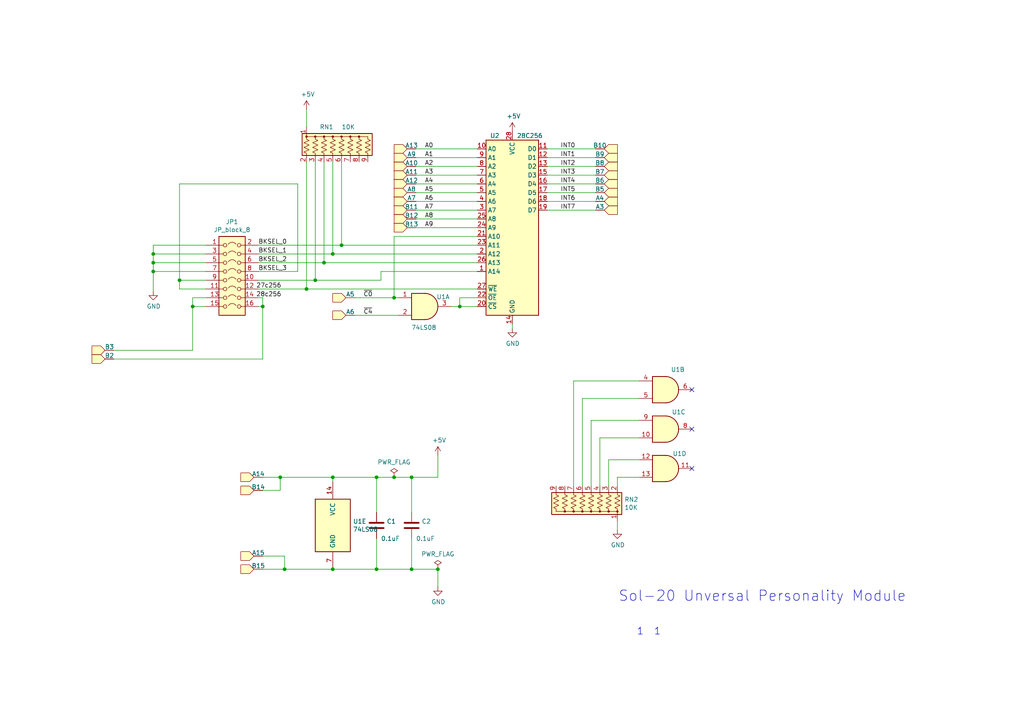
<source format=kicad_sch>
(kicad_sch (version 20211123) (generator eeschema)
  (paper "A4")
  (title_block (title "SOL-20 Universal Personality Module") (date "2022-10-11") (rev "3.0"))
  (lib_symbols
    (symbol "74xx:74LS08" (pin_names (offset 1.016))
      (property "Reference" "U" (at 0 1.27 0))
      (property "Value" "74LS08" (at 0 -1.27 0))
      (symbol "74LS08_1_1"
        (arc (start 0 -3.81) (mid 3.81 0) (end 0 3.81) (stroke (width 0.254)) (fill (type background)))
        (polyline (pts (xy 0 3.81) (xy -3.81 3.81) (xy -3.81 -3.81) (xy 0 -3.81)) (stroke (width 0.254)) (fill (type background)))
        (pin input line (at -7.62 2.54 0) (length 3.81) (name "~") (number "1"))
        (pin input line (at -7.62 -2.54 0) (length 3.81) (name "~") (number "2"))
        (pin output line (at 7.62 0 180) (length 3.81) (name "~") (number "3"))
      )
      (symbol "74LS08_1_2"
        (arc (start -3.81 -3.81) (mid -2.589 0) (end -3.81 3.81) (stroke (width 0.254)))
        (arc (start -0.6096 -3.81) (mid 2.1842 -2.5851) (end 3.81 0) (stroke (width 0.254)) (fill (type background)))
        (polyline (pts (xy -3.81 -3.81) (xy -0.635 -3.81)) (stroke (width 0.254)) (fill (type background)))
        (polyline (pts (xy -3.81 3.81) (xy -0.635 3.81)) (stroke (width 0.254)) (fill (type background)))
        (polyline (pts (xy -0.635 3.81) (xy -3.81 3.81) (xy -3.81 3.81) (xy -3.556 3.4036) (xy -3.0226 2.2606) (xy -2.6924 1.0414) (xy -2.6162 -0.254) (xy -2.7686 -1.4986) (xy -3.175 -2.7178) (xy -3.81 -3.81) (xy -3.81 -3.81) (xy -0.635 -3.81)) (stroke (width -25.4)) (fill (type background)))
        (arc (start 3.81 0) (mid 2.1915 2.5936) (end -0.6096 3.81) (stroke (width 0.254)) (fill (type background)))
        (pin input inverted (at -7.62 2.54 0) (length 4.318) (name "~") (number "1"))
        (pin input inverted (at -7.62 -2.54 0) (length 4.318) (name "~") (number "2"))
        (pin output inverted (at 7.62 0 180) (length 3.81) (name "~") (number "3"))
      )
      (symbol "74LS08_2_1"
        (arc (start 0 -3.81) (mid 3.81 0) (end 0 3.81) (stroke (width 0.254)) (fill (type background)))
        (polyline (pts (xy 0 3.81) (xy -3.81 3.81) (xy -3.81 -3.81) (xy 0 -3.81)) (stroke (width 0.254)) (fill (type background)))
        (pin input line (at -7.62 2.54 0) (length 3.81) (name "~") (number "4"))
        (pin input line (at -7.62 -2.54 0) (length 3.81) (name "~") (number "5"))
        (pin output line (at 7.62 0 180) (length 3.81) (name "~") (number "6"))
      )
      (symbol "74LS08_2_2"
        (arc (start -3.81 -3.81) (mid -2.589 0) (end -3.81 3.81) (stroke (width 0.254)))
        (arc (start -0.6096 -3.81) (mid 2.1842 -2.5851) (end 3.81 0) (stroke (width 0.254)) (fill (type background)))
        (polyline (pts (xy -3.81 -3.81) (xy -0.635 -3.81)) (stroke (width 0.254)) (fill (type background)))
        (polyline (pts (xy -3.81 3.81) (xy -0.635 3.81)) (stroke (width 0.254)) (fill (type background)))
        (polyline (pts (xy -0.635 3.81) (xy -3.81 3.81) (xy -3.81 3.81) (xy -3.556 3.4036) (xy -3.0226 2.2606) (xy -2.6924 1.0414) (xy -2.6162 -0.254) (xy -2.7686 -1.4986) (xy -3.175 -2.7178) (xy -3.81 -3.81) (xy -3.81 -3.81) (xy -0.635 -3.81)) (stroke (width -25.4)) (fill (type background)))
        (arc (start 3.81 0) (mid 2.1915 2.5936) (end -0.6096 3.81) (stroke (width 0.254)) (fill (type background)))
        (pin input inverted (at -7.62 2.54 0) (length 4.318) (name "~") (number "4"))
        (pin input inverted (at -7.62 -2.54 0) (length 4.318) (name "~") (number "5"))
        (pin output inverted (at 7.62 0 180) (length 3.81) (name "~") (number "6"))
      )
      (symbol "74LS08_3_1"
        (arc (start 0 -3.81) (mid 3.81 0) (end 0 3.81) (stroke (width 0.254)) (fill (type background)))
        (polyline (pts (xy 0 3.81) (xy -3.81 3.81) (xy -3.81 -3.81) (xy 0 -3.81)) (stroke (width 0.254)) (fill (type background)))
        (pin input line (at -7.62 -2.54 0) (length 3.81) (name "~") (number "10"))
        (pin output line (at 7.62 0 180) (length 3.81) (name "~") (number "8"))
        (pin input line (at -7.62 2.54 0) (length 3.81) (name "~") (number "9"))
      )
      (symbol "74LS08_3_2"
        (arc (start -3.81 -3.81) (mid -2.589 0) (end -3.81 3.81) (stroke (width 0.254)))
        (arc (start -0.6096 -3.81) (mid 2.1842 -2.5851) (end 3.81 0) (stroke (width 0.254)) (fill (type background)))
        (polyline (pts (xy -3.81 -3.81) (xy -0.635 -3.81)) (stroke (width 0.254)) (fill (type background)))
        (polyline (pts (xy -3.81 3.81) (xy -0.635 3.81)) (stroke (width 0.254)) (fill (type background)))
        (polyline (pts (xy -0.635 3.81) (xy -3.81 3.81) (xy -3.81 3.81) (xy -3.556 3.4036) (xy -3.0226 2.2606) (xy -2.6924 1.0414) (xy -2.6162 -0.254) (xy -2.7686 -1.4986) (xy -3.175 -2.7178) (xy -3.81 -3.81) (xy -3.81 -3.81) (xy -0.635 -3.81)) (stroke (width -25.4)) (fill (type background)))
        (arc (start 3.81 0) (mid 2.1915 2.5936) (end -0.6096 3.81) (stroke (width 0.254)) (fill (type background)))
        (pin input inverted (at -7.62 -2.54 0) (length 4.318) (name "~") (number "10"))
        (pin output inverted (at 7.62 0 180) (length 3.81) (name "~") (number "8"))
        (pin input inverted (at -7.62 2.54 0) (length 4.318) (name "~") (number "9"))
      )
      (symbol "74LS08_4_1"
        (arc (start 0 -3.81) (mid 3.81 0) (end 0 3.81) (stroke (width 0.254)) (fill (type background)))
        (polyline (pts (xy 0 3.81) (xy -3.81 3.81) (xy -3.81 -3.81) (xy 0 -3.81)) (stroke (width 0.254)) (fill (type background)))
        (pin output line (at 7.62 0 180) (length 3.81) (name "~") (number "11"))
        (pin input line (at -7.62 2.54 0) (length 3.81) (name "~") (number "12"))
        (pin input line (at -7.62 -2.54 0) (length 3.81) (name "~") (number "13"))
      )
      (symbol "74LS08_4_2"
        (arc (start -3.81 -3.81) (mid -2.589 0) (end -3.81 3.81) (stroke (width 0.254)))
        (arc (start -0.6096 -3.81) (mid 2.1842 -2.5851) (end 3.81 0) (stroke (width 0.254)) (fill (type background)))
        (polyline (pts (xy -3.81 -3.81) (xy -0.635 -3.81)) (stroke (width 0.254)) (fill (type background)))
        (polyline (pts (xy -3.81 3.81) (xy -0.635 3.81)) (stroke (width 0.254)) (fill (type background)))
        (polyline (pts (xy -0.635 3.81) (xy -3.81 3.81) (xy -3.81 3.81) (xy -3.556 3.4036) (xy -3.0226 2.2606) (xy -2.6924 1.0414) (xy -2.6162 -0.254) (xy -2.7686 -1.4986) (xy -3.175 -2.7178) (xy -3.81 -3.81) (xy -3.81 -3.81) (xy -0.635 -3.81)) (stroke (width -25.4)) (fill (type background)))
        (arc (start 3.81 0) (mid 2.1915 2.5936) (end -0.6096 3.81) (stroke (width 0.254)) (fill (type background)))
        (pin output inverted (at 7.62 0 180) (length 3.81) (name "~") (number "11"))
        (pin input inverted (at -7.62 2.54 0) (length 4.318) (name "~") (number "12"))
        (pin input inverted (at -7.62 -2.54 0) (length 4.318) (name "~") (number "13"))
      )
      (symbol "74LS08_5_0"
        (pin power_in line (at 0 12.7 270) (length 5.08) (name "VCC") (number "14"))
        (pin power_in line (at 0 -12.7 90) (length 5.08) (name "GND") (number "7"))
      )
      (symbol "74LS08_5_1"
        (rectangle (start -5.08 7.62) (end 5.08 -7.62) (stroke (width 0.254)) (fill (type background)))
      )
    )
    (symbol "Device:C" (pin_numbers hide) (pin_names (offset 0.254))
      (property "Reference" "C" (at 0.635 2.54 0))
      (property "Value" "C" (at 0.635 -2.54 0))
      (symbol "C_0_1"
        (polyline (pts (xy -2.032 -0.762) (xy 2.032 -0.762)) (stroke (width 0.508)))
        (polyline (pts (xy -2.032 0.762) (xy 2.032 0.762)) (stroke (width 0.508)))
      )
      (symbol "C_1_1"
        (pin passive line (at 0 3.81 270) (length 2.794) (name "~") (number "1"))
        (pin passive line (at 0 -3.81 90) (length 2.794) (name "~") (number "2"))
      )
    )
    (symbol "Device:R_Network08_US" (pin_names (offset 0) hide)
      (property "Reference" "RN" (at -12.7 0 90))
      (property "Value" "R_Network08_US" (at 10.16 0 90))
      (symbol "R_Network08_US_0_1"
        (rectangle (start -11.43 -3.175) (end 8.89 3.175) (stroke (width 0.254)) (fill (type background)))
        (circle (center -10.16 2.286) (radius 0.254) (fill (type outline)))
        (circle (center -7.62 2.286) (radius 0.254) (fill (type outline)))
        (circle (center -5.08 2.286) (radius 0.254) (fill (type outline)))
        (circle (center -2.54 2.286) (radius 0.254) (fill (type outline)))
        (polyline (pts (xy -10.16 2.286) (xy 7.62 2.286)))
        (polyline (pts (xy -10.16 2.286) (xy -10.16 1.524) (xy -9.398 1.1684) (xy -10.922 0.508) (xy -9.398 -0.1524) (xy -10.922 -0.8382) (xy -9.398 -1.524) (xy -10.922 -2.1844) (xy -10.16 -2.54) (xy -10.16 -3.81)))
        (polyline (pts (xy -7.62 2.286) (xy -7.62 1.524) (xy -6.858 1.1684) (xy -8.382 0.508) (xy -6.858 -0.1524) (xy -8.382 -0.8382) (xy -6.858 -1.524) (xy -8.382 -2.1844) (xy -7.62 -2.54) (xy -7.62 -3.81)))
        (polyline (pts (xy -5.08 2.286) (xy -5.08 1.524) (xy -4.318 1.1684) (xy -5.842 0.508) (xy -4.318 -0.1524) (xy -5.842 -0.8382) (xy -4.318 -1.524) (xy -5.842 -2.1844) (xy -5.08 -2.54) (xy -5.08 -3.81)))
        (polyline (pts (xy -2.54 2.286) (xy -2.54 1.524) (xy -1.778 1.1684) (xy -3.302 0.508) (xy -1.778 -0.1524) (xy -3.302 -0.8382) (xy -1.778 -1.524) (xy -3.302 -2.1844) (xy -2.54 -2.54) (xy -2.54 -3.81)))
        (polyline (pts (xy 0 2.286) (xy 0 1.524) (xy 0.762 1.1684) (xy -0.762 0.508) (xy 0.762 -0.1524) (xy -0.762 -0.8382) (xy 0.762 -1.524) (xy -0.762 -2.1844) (xy 0 -2.54) (xy 0 -3.81)))
        (polyline (pts (xy 2.54 2.286) (xy 2.54 1.524) (xy 3.302 1.1684) (xy 1.778 0.508) (xy 3.302 -0.1524) (xy 1.778 -0.8382) (xy 3.302 -1.524) (xy 1.778 -2.1844) (xy 2.54 -2.54) (xy 2.54 -3.81)))
        (polyline (pts (xy 5.08 2.286) (xy 5.08 1.524) (xy 5.842 1.1684) (xy 4.318 0.508) (xy 5.842 -0.1524) (xy 4.318 -0.8382) (xy 5.842 -1.524) (xy 4.318 -2.1844) (xy 5.08 -2.54) (xy 5.08 -3.81)))
        (polyline (pts (xy 7.62 2.286) (xy 7.62 1.524) (xy 8.382 1.1684) (xy 6.858 0.508) (xy 8.382 -0.1524) (xy 6.858 -0.8382) (xy 8.382 -1.524) (xy 6.858 -2.1844) (xy 7.62 -2.54) (xy 7.62 -3.81)))
        (circle (center 0 2.286) (radius 0.254) (fill (type outline)))
        (circle (center 2.54 2.286) (radius 0.254) (fill (type outline)))
        (circle (center 5.08 2.286) (radius 0.254) (fill (type outline)))
      )
      (symbol "R_Network08_US_1_1"
        (pin passive line (at -10.16 5.08 270) (length 2.54) (name "common") (number "1"))
        (pin passive line (at -10.16 -5.08 90) (length 1.27) (name "R1") (number "2"))
        (pin passive line (at -7.62 -5.08 90) (length 1.27) (name "R2") (number "3"))
        (pin passive line (at -5.08 -5.08 90) (length 1.27) (name "R3") (number "4"))
        (pin passive line (at -2.54 -5.08 90) (length 1.27) (name "R4") (number "5"))
        (pin passive line (at 0 -5.08 90) (length 1.27) (name "R5") (number "6"))
        (pin passive line (at 2.54 -5.08 90) (length 1.27) (name "R6") (number "7"))
        (pin passive line (at 5.08 -5.08 90) (length 1.27) (name "R7") (number "8"))
        (pin passive line (at 7.62 -5.08 90) (length 1.27) (name "R8") (number "9"))
      )
    )
    (symbol "Memory_EEPROM:28C256"
      (property "Reference" "U" (at -7.62 26.67 0))
      (property "Value" "28C256" (at 2.54 -26.67 0))
      (symbol "28C256_1_1"
        (rectangle (start -7.62 25.4) (end 7.62 -25.4) (stroke (width 0.254)) (fill (type background)))
        (pin input line (at -10.16 -12.7 0) (length 2.54) (name "A14") (number "1"))
        (pin input line (at -10.16 22.86 0) (length 2.54) (name "A0") (number "10"))
        (pin tri_state line (at 10.16 22.86 180) (length 2.54) (name "D0") (number "11"))
        (pin tri_state line (at 10.16 20.32 180) (length 2.54) (name "D1") (number "12"))
        (pin tri_state line (at 10.16 17.78 180) (length 2.54) (name "D2") (number "13"))
        (pin power_in line (at 0 -27.94 90) (length 2.54) (name "GND") (number "14"))
        (pin tri_state line (at 10.16 15.24 180) (length 2.54) (name "D3") (number "15"))
        (pin tri_state line (at 10.16 12.7 180) (length 2.54) (name "D4") (number "16"))
        (pin tri_state line (at 10.16 10.16 180) (length 2.54) (name "D5") (number "17"))
        (pin tri_state line (at 10.16 7.62 180) (length 2.54) (name "D6") (number "18"))
        (pin tri_state line (at 10.16 5.08 180) (length 2.54) (name "D7") (number "19"))
        (pin input line (at -10.16 -7.62 0) (length 2.54) (name "A12") (number "2"))
        (pin input line (at -10.16 -22.86 0) (length 2.54) (name "~{CS}") (number "20"))
        (pin input line (at -10.16 -2.54 0) (length 2.54) (name "A10") (number "21"))
        (pin input line (at -10.16 -20.32 0) (length 2.54) (name "~{OE}") (number "22"))
        (pin input line (at -10.16 -5.08 0) (length 2.54) (name "A11") (number "23"))
        (pin input line (at -10.16 0 0) (length 2.54) (name "A9") (number "24"))
        (pin input line (at -10.16 2.54 0) (length 2.54) (name "A8") (number "25"))
        (pin input line (at -10.16 -10.16 0) (length 2.54) (name "A13") (number "26"))
        (pin input line (at -10.16 -17.78 0) (length 2.54) (name "~{WE}") (number "27"))
        (pin power_in line (at 0 27.94 270) (length 2.54) (name "VCC") (number "28"))
        (pin input line (at -10.16 5.08 0) (length 2.54) (name "A7") (number "3"))
        (pin input line (at -10.16 7.62 0) (length 2.54) (name "A6") (number "4"))
        (pin input line (at -10.16 10.16 0) (length 2.54) (name "A5") (number "5"))
        (pin input line (at -10.16 12.7 0) (length 2.54) (name "A4") (number "6"))
        (pin input line (at -10.16 15.24 0) (length 2.54) (name "A3") (number "7"))
        (pin input line (at -10.16 17.78 0) (length 2.54) (name "A2") (number "8"))
        (pin input line (at -10.16 20.32 0) (length 2.54) (name "A1") (number "9"))
      )
    )
    (symbol "personality:JP_block_8" (pin_names (offset 0) hide)
      (property "Reference" "JP" (at 0 8.89 0))
      (property "Value" "JP_block_8" (at 0 -16.51 0))
      (symbol "JP_block_8_0_0"
        (circle (center -2.032 -5.08) (radius 0.508))
        (circle (center -2.032 -2.54) (radius 0.508))
        (circle (center -2.032 0) (radius 0.508))
        (circle (center -2.032 2.54) (radius 0.508))
        (circle (center -2.032 5.08) (radius 0.508))
        (circle (center 2.032 -5.08) (radius 0.508))
        (circle (center 2.032 -2.54) (radius 0.508))
        (circle (center 2.032 0) (radius 0.508))
        (circle (center 2.032 2.54) (radius 0.508))
        (circle (center 2.032 5.08) (radius 0.508))
      )
      (symbol "JP_block_8_0_1"
        (rectangle (start -3.81 7.62) (end 3.81 -15.24) (stroke (width 0.254)) (fill (type background)))
      )
      (symbol "JP_block_8_1_1"
        (circle (center -2.032 -12.7) (radius 0.508))
        (circle (center -2.032 -10.16) (radius 0.508))
        (circle (center -2.032 -7.62) (radius 0.508))
        (arc (start 1.1176 -12.4206) (mid 0.0254 -11.8285) (end -1.0668 -12.4206))
        (arc (start 1.1176 -9.8806) (mid 0.0254 -9.2885) (end -1.0668 -9.8806))
        (arc (start 1.1176 -7.3406) (mid 0.0254 -6.7485) (end -1.0668 -7.3406))
        (arc (start 1.1176 -4.8006) (mid 0.0254 -4.2085) (end -1.0668 -4.8006))
        (arc (start 1.1176 -2.2606) (mid 0.0254 -1.6685) (end -1.0668 -2.2606))
        (arc (start 1.1176 0.2794) (mid 0.0254 0.8715) (end -1.0668 0.2794))
        (arc (start 1.1176 2.8194) (mid 0.0254 3.4115) (end -1.0668 2.8194))
        (arc (start 1.1176 5.3594) (mid 0.0254 5.9515) (end -1.0668 5.3594))
        (circle (center 2.032 -12.7) (radius 0.508))
        (circle (center 2.032 -10.16) (radius 0.508))
        (circle (center 2.032 -7.62) (radius 0.508))
        (pin passive line (at -7.62 5.08 0) (length 5.08) (name "~") (number "1"))
        (pin passive line (at 7.62 -5.08 180) (length 5.08) (name "~") (number "10"))
        (pin passive line (at -7.62 -7.62 0) (length 5.08) (name "~") (number "11"))
        (pin passive line (at 7.62 -7.62 180) (length 5.08) (name "~") (number "12"))
        (pin passive line (at -7.62 -10.16 0) (length 5.08) (name "~") (number "13"))
        (pin passive line (at 7.62 -10.16 180) (length 5.08) (name "~") (number "14"))
        (pin passive line (at -7.62 -12.7 0) (length 5.08) (name "~") (number "15"))
        (pin passive line (at 7.62 -12.7 180) (length 5.08) (name "~") (number "16"))
        (pin passive line (at 7.62 5.08 180) (length 5.08) (name "~") (number "2"))
        (pin passive line (at -7.62 2.54 0) (length 5.08) (name "~") (number "3"))
        (pin passive line (at 7.62 2.54 180) (length 5.08) (name "~") (number "4"))
        (pin passive line (at -7.62 0 0) (length 5.08) (name "~") (number "5"))
        (pin passive line (at 7.62 0 180) (length 5.08) (name "~") (number "6"))
        (pin passive line (at -7.62 -2.54 0) (length 5.08) (name "~") (number "7"))
        (pin passive line (at 7.62 -2.54 180) (length 5.08) (name "~") (number "8"))
        (pin passive line (at -7.62 -5.08 0) (length 5.08) (name "~") (number "9"))
      )
    )
    (symbol "personality:Personality-connector" (pin_numbers hide) (pin_names (offset 0))
      (symbol "Personality-connector_0_1"
        (polyline (pts (xy 5.08 3.81) (xy 5.08 3.81)) (fill (type background)))
        (polyline (pts (xy 5.08 3.81) (xy 6.35 5.08) (xy 8.89 5.08) (xy 8.89 2.54) (xy 6.35 2.54) (xy 5.08 3.81)) (fill (type background)))
      )
      (symbol "Personality-connector_1_1"
        (pin bidirectional line (at 2.54 3.81 0) (length 2.54) (name "A1") (number "A1"))
      )
      (symbol "Personality-connector_2_1"
        (pin bidirectional line (at 2.54 3.81 0) (length 2.54) (name "A2") (number "A2"))
      )
      (symbol "Personality-connector_3_1"
        (pin bidirectional line (at 2.54 3.81 0) (length 2.54) (name "A3") (number "A3"))
      )
      (symbol "Personality-connector_4_1"
        (pin bidirectional line (at 2.54 3.81 0) (length 2.54) (name "A4") (number "A4"))
      )
      (symbol "Personality-connector_5_1"
        (pin bidirectional line (at 2.54 3.81 0) (length 2.54) (name "A5") (number "A5"))
      )
      (symbol "Personality-connector_6_1"
        (pin bidirectional line (at 2.54 3.81 0) (length 2.54) (name "A6") (number "A6"))
      )
      (symbol "Personality-connector_7_1"
        (pin bidirectional line (at 2.54 3.81 0) (length 2.54) (name "A7") (number "A7"))
      )
      (symbol "Personality-connector_8_1"
        (pin bidirectional line (at 2.54 3.81 0) (length 2.54) (name "A8") (number "A8"))
      )
      (symbol "Personality-connector_9_1"
        (pin bidirectional line (at 2.54 3.81 0) (length 2.54) (name "A9") (number "A9"))
      )
      (symbol "Personality-connector_10_1"
        (pin bidirectional line (at 2.54 3.81 0) (length 2.54) (name "A10") (number "A10"))
      )
      (symbol "Personality-connector_11_1"
        (pin bidirectional line (at 2.54 3.81 0) (length 2.54) (name "A11") (number "A11"))
      )
      (symbol "Personality-connector_12_1"
        (pin bidirectional line (at 2.54 3.81 0) (length 2.54) (name "A12") (number "A12"))
      )
      (symbol "Personality-connector_13_1"
        (pin bidirectional line (at 2.54 3.81 0) (length 2.54) (name "A13") (number "A13"))
      )
      (symbol "Personality-connector_14_1"
        (pin bidirectional line (at 2.54 3.81 0) (length 2.54) (name "A14") (number "A14"))
      )
      (symbol "Personality-connector_15_1"
        (pin bidirectional line (at 2.54 3.81 0) (length 2.54) (name "A15") (number "A15"))
      )
      (symbol "Personality-connector_16_1"
        (pin bidirectional line (at 2.54 3.81 0) (length 2.54) (name "B1") (number "B1"))
      )
      (symbol "Personality-connector_17_1"
        (pin bidirectional line (at 2.54 3.81 0) (length 2.54) (name "B2") (number "B2"))
      )
      (symbol "Personality-connector_18_1"
        (pin bidirectional line (at 2.54 3.81 0) (length 2.54) (name "B3") (number "B3"))
      )
      (symbol "Personality-connector_19_1"
        (pin bidirectional line (at 2.54 3.81 0) (length 2.54) (name "B4") (number "B4"))
      )
      (symbol "Personality-connector_20_1"
        (pin bidirectional line (at 2.54 3.81 0) (length 2.54) (name "B5") (number "B5"))
      )
      (symbol "Personality-connector_21_1"
        (pin bidirectional line (at 2.54 3.81 0) (length 2.54) (name "B6") (number "B6"))
      )
      (symbol "Personality-connector_22_1"
        (pin bidirectional line (at 2.54 3.81 0) (length 2.54) (name "B7") (number "B7"))
      )
      (symbol "Personality-connector_23_1"
        (pin bidirectional line (at 2.54 3.81 0) (length 2.54) (name "B8") (number "B8"))
      )
      (symbol "Personality-connector_24_1"
        (pin bidirectional line (at 2.54 3.81 0) (length 2.54) (name "B9") (number "B9"))
      )
      (symbol "Personality-connector_25_1"
        (pin bidirectional line (at 2.54 3.81 0) (length 2.54) (name "B10") (number "B10"))
      )
      (symbol "Personality-connector_26_1"
        (pin bidirectional line (at 2.54 3.81 0) (length 2.54) (name "B11") (number "B11"))
      )
      (symbol "Personality-connector_27_1"
        (pin bidirectional line (at 2.54 3.81 0) (length 2.54) (name "B12") (number "B12"))
      )
      (symbol "Personality-connector_28_1"
        (pin bidirectional line (at 2.54 3.81 0) (length 2.54) (name "B13") (number "B13"))
      )
      (symbol "Personality-connector_29_1"
        (pin bidirectional line (at 2.54 3.81 0) (length 2.54) (name "B14") (number "B14"))
      )
      (symbol "Personality-connector_30_1"
        (pin bidirectional line (at 2.54 3.81 0) (length 2.54) (name "B15") (number "B15"))
      )
    )
    (symbol "power:+5V" (power) (pin_names (offset 0))
      (property "Value" "+5V" (at 0 3.556 0))
      (symbol "+5V_0_1"
        (polyline (pts (xy -0.762 1.27) (xy 0 2.54)))
        (polyline (pts (xy 0 0) (xy 0 2.54)))
        (polyline (pts (xy 0 2.54) (xy 0.762 1.27)))
      )
      (symbol "+5V_1_1"
        (pin power_in line (at 0 0 90) (length 0) hide (name "+5V") (number "1"))
      )
    )
    (symbol "power:GND" (power) (pin_names (offset 0))
      (property "Value" "GND" (at 0 -3.81 0))
      (symbol "GND_0_1"
        (polyline (pts (xy 0 0) (xy 0 -1.27) (xy 1.27 -1.27) (xy 0 -2.54) (xy -1.27 -1.27) (xy 0 -1.27)))
      )
      (symbol "GND_1_1"
        (pin power_in line (at 0 0 270) (length 0) hide (name "GND") (number "1"))
      )
    )
    (symbol "power:PWR_FLAG" (power) (pin_numbers hide) (pin_names (offset 0) hide)
      (property "Value" "PWR_FLAG" (at 0 3.81 0))
      (symbol "PWR_FLAG_0_0"
        (pin power_out line (at 0 0 90) (length 0) (name "pwr") (number "1"))
      )
      (symbol "PWR_FLAG_0_1"
        (polyline (pts (xy 0 0) (xy 0 1.27) (xy -1.016 1.905) (xy 0 2.54) (xy 1.016 1.905) (xy 0 1.27)))
      )
    )
  )
  (junction (at 119.38 138.43))
  (junction (at 55.88 88.9))
  (junction (at 127 165.1))
  (junction (at 44.45 73.66))
  (junction (at 82.55 165.1))
  (junction (at 109.22 138.43))
  (junction (at 44.45 78.74))
  (junction (at 96.52 73.66))
  (junction (at 76.2 88.9))
  (junction (at 96.52 165.1))
  (junction (at 96.52 138.43))
  (junction (at 114.3 138.43))
  (junction (at 109.22 165.1))
  (junction (at 44.45 76.2))
  (junction (at 52.07 81.28))
  (junction (at 88.9 83.82))
  (junction (at 81.28 138.43))
  (junction (at 93.98 76.2))
  (junction (at 99.06 71.12))
  (junction (at 133.35 88.9))
  (junction (at 91.44 81.28))
  (junction (at 114.3 86.36))
  (junction (at 119.38 165.1))
  (no_connect (at 200.66 124.46))
  (no_connect (at 200.66 135.89))
  (no_connect (at 200.66 113.03))
  (wire (pts (xy 52.07 53.34) (xy 52.07 81.28)))
  (wire (pts (xy 76.2 138.43) (xy 81.28 138.43)))
  (wire (pts (xy 133.35 86.36) (xy 133.35 88.9)))
  (wire (pts (xy 176.53 133.35) (xy 176.53 140.97)))
  (wire (pts (xy 76.2 86.36) (xy 76.2 88.9)))
  (wire (pts (xy 109.22 138.43) (xy 109.22 148.59)))
  (wire (pts (xy 120.65 45.72) (xy 138.43 45.72)))
  (wire (pts (xy 52.07 81.28) (xy 52.07 83.82)))
  (wire (pts (xy 173.99 127) (xy 173.99 140.97)))
  (wire (pts (xy 138.43 63.5) (xy 120.65 63.5)))
  (wire (pts (xy 120.65 66.04) (xy 138.43 66.04)))
  (wire (pts (xy 130.81 88.9) (xy 133.35 88.9)))
  (wire (pts (xy 185.42 138.43) (xy 179.07 138.43)))
  (wire (pts (xy 33.02 101.6) (xy 55.88 101.6)))
  (wire (pts (xy 185.42 115.57) (xy 168.91 115.57)))
  (wire (pts (xy 115.57 86.36) (xy 114.3 86.36)))
  (wire (pts (xy 82.55 161.29) (xy 82.55 165.1)))
  (wire (pts (xy 109.22 138.43) (xy 114.3 138.43)))
  (wire (pts (xy 99.06 71.12) (xy 138.43 71.12)))
  (wire (pts (xy 88.9 83.82) (xy 138.43 83.82)))
  (wire (pts (xy 114.3 86.36) (xy 102.87 86.36)))
  (wire (pts (xy 74.93 88.9) (xy 76.2 88.9)))
  (wire (pts (xy 127 165.1) (xy 127 170.18)))
  (wire (pts (xy 82.55 165.1) (xy 96.52 165.1)))
  (wire (pts (xy 138.43 43.18) (xy 120.65 43.18)))
  (wire (pts (xy 96.52 139.7) (xy 96.52 138.43)))
  (wire (pts (xy 166.37 110.49) (xy 166.37 140.97)))
  (wire (pts (xy 93.98 76.2) (xy 138.43 76.2)))
  (wire (pts (xy 179.07 138.43) (xy 179.07 140.97)))
  (wire (pts (xy 120.65 55.88) (xy 138.43 55.88)))
  (wire (pts (xy 44.45 76.2) (xy 59.69 76.2)))
  (wire (pts (xy 114.3 86.36) (xy 114.3 68.58)))
  (wire (pts (xy 172.72 55.88) (xy 158.75 55.88)))
  (wire (pts (xy 91.44 81.28) (xy 110.49 81.28)))
  (wire (pts (xy 158.75 58.42) (xy 172.72 58.42)))
  (wire (pts (xy 59.69 86.36) (xy 55.88 86.36)))
  (wire (pts (xy 99.06 46.99) (xy 99.06 71.12)))
  (wire (pts (xy 119.38 138.43) (xy 119.38 148.59)))
  (wire (pts (xy 88.9 31.75) (xy 88.9 36.83)))
  (wire (pts (xy 138.43 50.8) (xy 120.65 50.8)))
  (wire (pts (xy 148.59 95.25) (xy 148.59 93.98)))
  (wire (pts (xy 74.93 83.82) (xy 88.9 83.82)))
  (wire (pts (xy 74.93 73.66) (xy 96.52 73.66)))
  (wire (pts (xy 76.2 88.9) (xy 76.2 104.14)))
  (wire (pts (xy 33.02 104.14) (xy 76.2 104.14)))
  (wire (pts (xy 96.52 165.1) (xy 109.22 165.1)))
  (wire (pts (xy 171.45 121.92) (xy 171.45 140.97)))
  (wire (pts (xy 114.3 138.43) (xy 119.38 138.43)))
  (wire (pts (xy 55.88 86.36) (xy 55.88 88.9)))
  (wire (pts (xy 76.2 161.29) (xy 82.55 161.29)))
  (wire (pts (xy 76.2 165.1) (xy 82.55 165.1)))
  (wire (pts (xy 119.38 156.21) (xy 119.38 165.1)))
  (wire (pts (xy 185.42 110.49) (xy 166.37 110.49)))
  (wire (pts (xy 44.45 71.12) (xy 44.45 73.66)))
  (wire (pts (xy 74.93 76.2) (xy 93.98 76.2)))
  (wire (pts (xy 81.28 138.43) (xy 96.52 138.43)))
  (wire (pts (xy 158.75 43.18) (xy 172.72 43.18)))
  (wire (pts (xy 120.65 48.26) (xy 138.43 48.26)))
  (wire (pts (xy 74.93 71.12) (xy 99.06 71.12)))
  (wire (pts (xy 44.45 76.2) (xy 44.45 78.74)))
  (wire (pts (xy 59.69 81.28) (xy 52.07 81.28)))
  (wire (pts (xy 172.72 45.72) (xy 158.75 45.72)))
  (wire (pts (xy 44.45 71.12) (xy 59.69 71.12)))
  (wire (pts (xy 172.72 60.96) (xy 158.75 60.96)))
  (wire (pts (xy 86.36 53.34) (xy 52.07 53.34)))
  (wire (pts (xy 74.93 81.28) (xy 91.44 81.28)))
  (wire (pts (xy 74.93 86.36) (xy 76.2 86.36)))
  (wire (pts (xy 138.43 86.36) (xy 133.35 86.36)))
  (wire (pts (xy 120.65 53.34) (xy 138.43 53.34)))
  (wire (pts (xy 74.93 78.74) (xy 86.36 78.74)))
  (wire (pts (xy 114.3 68.58) (xy 138.43 68.58)))
  (wire (pts (xy 88.9 46.99) (xy 88.9 83.82)))
  (wire (pts (xy 109.22 165.1) (xy 119.38 165.1)))
  (wire (pts (xy 185.42 133.35) (xy 176.53 133.35)))
  (wire (pts (xy 110.49 81.28) (xy 110.49 78.74)))
  (wire (pts (xy 120.65 60.96) (xy 138.43 60.96)))
  (wire (pts (xy 59.69 88.9) (xy 55.88 88.9)))
  (wire (pts (xy 96.52 73.66) (xy 138.43 73.66)))
  (wire (pts (xy 158.75 53.34) (xy 172.72 53.34)))
  (wire (pts (xy 127 138.43) (xy 127 132.08)))
  (wire (pts (xy 91.44 46.99) (xy 91.44 81.28)))
  (wire (pts (xy 109.22 156.21) (xy 109.22 165.1)))
  (wire (pts (xy 119.38 138.43) (xy 127 138.43)))
  (wire (pts (xy 168.91 115.57) (xy 168.91 140.97)))
  (wire (pts (xy 76.2 142.24) (xy 81.28 142.24)))
  (wire (pts (xy 96.52 138.43) (xy 109.22 138.43)))
  (wire (pts (xy 86.36 53.34) (xy 86.36 78.74)))
  (wire (pts (xy 133.35 88.9) (xy 138.43 88.9)))
  (wire (pts (xy 185.42 127) (xy 173.99 127)))
  (wire (pts (xy 81.28 138.43) (xy 81.28 142.24)))
  (wire (pts (xy 119.38 165.1) (xy 127 165.1)))
  (wire (pts (xy 44.45 78.74) (xy 44.45 84.455)))
  (wire (pts (xy 59.69 83.82) (xy 52.07 83.82)))
  (wire (pts (xy 185.42 121.92) (xy 171.45 121.92)))
  (wire (pts (xy 172.72 50.8) (xy 158.75 50.8)))
  (wire (pts (xy 44.45 73.66) (xy 44.45 76.2)))
  (wire (pts (xy 158.75 48.26) (xy 172.72 48.26)))
  (wire (pts (xy 96.52 46.99) (xy 96.52 73.66)))
  (wire (pts (xy 55.88 88.9) (xy 55.88 101.6)))
  (wire (pts (xy 110.49 78.74) (xy 138.43 78.74)))
  (wire (pts (xy 44.45 73.66) (xy 59.69 73.66)))
  (wire (pts (xy 179.07 153.67) (xy 179.07 151.13)))
  (wire (pts (xy 138.43 58.42) (xy 120.65 58.42)))
  (wire (pts (xy 93.98 46.99) (xy 93.98 76.2)))
  (wire (pts (xy 115.57 91.44) (xy 102.87 91.44)))
  (wire (pts (xy 44.45 78.74) (xy 59.69 78.74)))
  (text "Sol-20 Unversal Personality Module" (at 179.324 174.752 0) (effects (font (size 2.9972 2.9972)) (justify left bottom)))
  (text "1  1" (at 184.658 184.404 0) (effects (font (size 2.0066 2.0066)) (justify left bottom)))
  (label "INT6" (at 162.56 58.42 0))
  (label "A7" (at 123.19 60.96 0))
  (label "A1" (at 123.19 45.72 0))
  (label "INT3" (at 162.56 50.8 0))
  (label "27c256" (at 74.295 83.82 0))
  (label "INT4" (at 162.56 53.34 0))
  (label "~{C4}" (at 105.41 91.44 0))
  (label "A3" (at 123.19 50.8 0))
  (label "BKSEL_1" (at 74.93 73.66 0))
  (label "A2" (at 123.19 48.26 0))
  (label "~{C0}" (at 105.41 86.36 0))
  (label "A4" (at 123.19 53.34 0))
  (label "INT1" (at 162.56 45.72 0))
  (label "A0" (at 123.19 43.18 0))
  (label "A9" (at 123.19 66.04 0))
  (label "INT2" (at 162.56 48.26 0))
  (label "BKSEL_2" (at 74.93 76.2 0))
  (label "BKSEL_0" (at 74.93 71.12 0))
  (label "INT0" (at 162.56 43.18 0))
  (label "INT7" (at 162.56 60.96 0))
  (label "BKSEL_3" (at 74.93 78.74 0))
  (label "A5" (at 123.19 55.88 0))
  (label "A8" (at 123.19 63.5 0))
  (label "28c256" (at 74.295 86.36 0))
  (label "A6" (at 123.19 58.42 0))
  (label "INT5" (at 162.56 55.88 0))
  (symbol (lib_id "Memory_EEPROM:28C256") (at 148.59 66.04 0) (unit 1)
    (property "Reference" "U2" (at 143.51 39.37 0))
    (property "Value" "28C256" (at 153.67 39.37 0))
    (property "Footprint" "Package_DIP:DIP-28_W15.24mm" (effects hide))
    (property "Datasheet" "http://ww1.microchip.com/downloads/en/DeviceDoc/doc0006.pdf" (effects hide))
  )
  (symbol (lib_id "power:GND") (at 127 170.18 0) (unit 1)
    (property "Reference" "#PWR0101" (effects hide))
    (property "Value" "GND" (at 127.127 174.5742 0))
  )
  (symbol (lib_id "power:GND") (at 148.59 95.25 0) (unit 1)
    (property "Reference" "#PWR0102" (effects hide))
    (property "Value" "GND" (at 148.717 99.6442 0))
  )
  (symbol (lib_id "power:+5V") (at 148.59 38.1 0) (unit 1)
    (property "Reference" "#PWR0103" (effects hide))
    (property "Value" "+5V" (at 148.971 33.7058 0))
  )
  (symbol (lib_id "power:+5V") (at 127 132.08 0) (unit 1)
    (property "Reference" "#PWR0104" (effects hide))
    (property "Value" "+5V" (at 127.381 127.6858 0))
  )
  (symbol (lib_id "personality:Personality-connector") (at 123.19 39.37 180) (unit 13) (in_bom no)
    (property "Reference" "J1" (effects hide))
    (property "Value" "Personality-connector" (effects hide))
    (property "Footprint" "personality:edge-sol-personaltiy-2.54-30" (effects hide))
  )
  (symbol (lib_id "personality:Personality-connector") (at 123.19 41.91 180) (unit 9) (in_bom no)
    (property "Reference" "J1" (effects hide))
    (property "Value" "Personality-connector" (effects hide))
    (property "Footprint" "personality:edge-sol-personaltiy-2.54-30" (effects hide))
  )
  (symbol (lib_id "personality:Personality-connector") (at 123.19 44.45 180) (unit 10) (in_bom no)
    (property "Reference" "J1" (effects hide))
    (property "Value" "Personality-connector" (effects hide))
    (property "Footprint" "personality:edge-sol-personaltiy-2.54-30" (effects hide))
  )
  (symbol (lib_id "personality:Personality-connector") (at 123.19 46.99 180) (unit 11) (in_bom no)
    (property "Reference" "J1" (effects hide))
    (property "Value" "Personality-connector" (effects hide))
    (property "Footprint" "personality:edge-sol-personaltiy-2.54-30" (effects hide))
  )
  (symbol (lib_id "personality:Personality-connector") (at 123.19 57.15 180) (unit 26) (in_bom no)
    (property "Reference" "J1" (effects hide))
    (property "Value" "Personality-connector" (effects hide))
    (property "Footprint" "personality:edge-sol-personaltiy-2.54-30" (effects hide))
  )
  (symbol (lib_id "personality:Personality-connector") (at 123.19 49.53 180) (unit 12) (in_bom no)
    (property "Reference" "J1" (effects hide))
    (property "Value" "Personality-connector" (effects hide))
    (property "Footprint" "personality:edge-sol-personaltiy-2.54-30" (effects hide))
  )
  (symbol (lib_id "personality:Personality-connector") (at 123.19 52.07 180) (unit 8) (in_bom no)
    (property "Reference" "J1" (effects hide))
    (property "Value" "Personality-connector" (effects hide))
    (property "Footprint" "personality:edge-sol-personaltiy-2.54-30" (effects hide))
  )
  (symbol (lib_id "personality:Personality-connector") (at 123.19 54.61 180) (unit 7) (in_bom no)
    (property "Reference" "J1" (effects hide))
    (property "Value" "Personality-connector" (effects hide))
    (property "Footprint" "personality:edge-sol-personaltiy-2.54-30" (effects hide))
  )
  (symbol (lib_id "personality:Personality-connector") (at 123.19 59.69 180) (unit 27) (in_bom no)
    (property "Reference" "J1" (effects hide))
    (property "Value" "Personality-connector" (effects hide))
    (property "Footprint" "personality:edge-sol-personaltiy-2.54-30" (effects hide))
  )
  (symbol (lib_id "personality:Personality-connector") (at 123.19 62.23 180) (unit 28) (in_bom no)
    (property "Reference" "J1" (effects hide))
    (property "Value" "Personality-connector" (effects hide))
    (property "Footprint" "personality:edge-sol-personaltiy-2.54-30" (effects hide))
  )
  (symbol (lib_id "personality:Personality-connector") (at 105.41 82.55 180) (unit 5) (in_bom no)
    (property "Reference" "J1" (effects hide))
    (property "Value" "Personality-connector" (effects hide))
    (property "Footprint" "personality:edge-sol-personaltiy-2.54-30" (effects hide))
  )
  (symbol (lib_id "personality:Personality-connector") (at 105.41 87.63 180) (unit 6) (in_bom no)
    (property "Reference" "J1" (effects hide))
    (property "Value" "Personality-connector" (effects hide))
    (property "Footprint" "personality:edge-sol-personaltiy-2.54-30" (effects hide))
  )
  (symbol (lib_id "personality:Personality-connector") (at 170.18 46.99 0) (unit 25) (in_bom no)
    (property "Reference" "J1" (effects hide))
    (property "Value" "Personality-connector" (effects hide))
    (property "Footprint" "personality:edge-sol-personaltiy-2.54-30" (effects hide))
  )
  (symbol (lib_id "personality:Personality-connector") (at 170.18 49.53 0) (unit 24) (in_bom no)
    (property "Reference" "J1" (effects hide))
    (property "Value" "Personality-connector" (effects hide))
    (property "Footprint" "personality:edge-sol-personaltiy-2.54-30" (effects hide))
  )
  (symbol (lib_id "personality:Personality-connector") (at 170.18 52.07 0) (unit 23) (in_bom no)
    (property "Reference" "J1" (effects hide))
    (property "Value" "Personality-connector" (effects hide))
    (property "Footprint" "personality:edge-sol-personaltiy-2.54-30" (effects hide))
  )
  (symbol (lib_id "personality:Personality-connector") (at 170.18 54.61 0) (unit 22) (in_bom no)
    (property "Reference" "J1" (effects hide))
    (property "Value" "Personality-connector" (effects hide))
    (property "Footprint" "personality:edge-sol-personaltiy-2.54-30" (effects hide))
  )
  (symbol (lib_id "personality:Personality-connector") (at 170.18 57.15 0) (unit 21) (in_bom no)
    (property "Reference" "J1" (effects hide))
    (property "Value" "Personality-connector" (effects hide))
    (property "Footprint" "personality:edge-sol-personaltiy-2.54-30" (effects hide))
  )
  (symbol (lib_id "personality:Personality-connector") (at 170.18 59.69 0) (unit 20) (in_bom no)
    (property "Reference" "J1" (effects hide))
    (property "Value" "Personality-connector" (effects hide))
    (property "Footprint" "personality:edge-sol-personaltiy-2.54-30" (effects hide))
  )
  (symbol (lib_id "personality:Personality-connector") (at 170.18 62.23 0) (unit 4) (in_bom no)
    (property "Reference" "J1" (effects hide))
    (property "Value" "Personality-connector" (effects hide))
    (property "Footprint" "personality:edge-sol-personaltiy-2.54-30" (effects hide))
  )
  (symbol (lib_id "personality:Personality-connector") (at 170.18 64.77 0) (unit 3) (in_bom no)
    (property "Reference" "J1" (effects hide))
    (property "Value" "Personality-connector" (effects hide))
    (property "Footprint" "personality:edge-sol-personaltiy-2.54-30" (effects hide))
  )
  (symbol (lib_id "power:+5V") (at 88.9 31.75 0) (unit 1)
    (property "Reference" "#PWR0105" (effects hide))
    (property "Value" "+5V" (at 89.281 27.3558 0))
  )
  (symbol (lib_id "Device:C") (at 109.22 152.4 0) (unit 1)
    (property "Reference" "C1" (at 112.141 151.2316 0) (effects (justify left)))
    (property "Value" "0.1uF" (at 110.49 156.21 0) (effects (justify left)))
    (property "Footprint" "Capacitor_THT:C_Disc_D3.8mm_W2.6mm_P2.50mm" (effects hide))
  )
  (symbol (lib_id "Device:C") (at 119.38 152.4 0) (unit 1)
    (property "Reference" "C2" (at 122.301 151.2316 0) (effects (justify left)))
    (property "Value" "0.1uF" (at 120.65 156.21 0) (effects (justify left)))
    (property "Footprint" "Capacitor_THT:C_Disc_D3.8mm_W2.6mm_P2.50mm" (effects hide))
  )
  (symbol (lib_id "personality:Personality-connector") (at 78.74 134.62 180) (unit 14) (in_bom no)
    (property "Reference" "J1" (effects hide))
    (property "Value" "Personality-connector" (effects hide))
    (property "Footprint" "personality:edge-sol-personaltiy-2.54-30" (effects hide))
  )
  (symbol (lib_id "personality:Personality-connector") (at 78.74 157.48 180) (unit 15) (in_bom no)
    (property "Reference" "J1" (effects hide))
    (property "Value" "Personality-connector" (effects hide))
    (property "Footprint" "personality:edge-sol-personaltiy-2.54-30" (effects hide))
  )
  (symbol (lib_id "personality:Personality-connector") (at 78.74 138.43 180) (unit 29) (in_bom no)
    (property "Reference" "J1" (effects hide))
    (property "Value" "Personality-connector" (effects hide))
    (property "Footprint" "personality:edge-sol-personaltiy-2.54-30" (effects hide))
  )
  (symbol (lib_id "personality:Personality-connector") (at 78.74 161.29 180) (unit 30) (in_bom no)
    (property "Reference" "J1" (effects hide))
    (property "Value" "Personality-connector" (effects hide))
    (property "Footprint" "personality:edge-sol-personaltiy-2.54-30" (effects hide))
  )
  (symbol (lib_id "74xx:74LS08") (at 123.19 88.9 0) (unit 1)
    (property "Reference" "U1" (at 128.524 86.106 0))
    (property "Value" "74LS08" (at 122.936 94.996 0))
    (property "Footprint" "Package_DIP:DIP-14_W7.62mm" (effects hide))
    (property "Datasheet" "http://www.ti.com/lit/gpn/sn74LS08" (effects hide))
  )
  (symbol (lib_id "74xx:74LS08") (at 193.04 113.03 0) (unit 2)
    (property "Reference" "U1" (at 196.596 107.188 0))
    (property "Value" "74LS08" (effects hide))
    (property "Footprint" "Package_DIP:DIP-14_W7.62mm" (effects hide))
    (property "Datasheet" "http://www.ti.com/lit/gpn/sn74LS08" (effects hide))
  )
  (symbol (lib_id "74xx:74LS08") (at 193.04 124.46 0) (unit 3)
    (property "Reference" "U1" (at 196.85 119.507 0))
    (property "Value" "74LS08" (effects hide))
    (property "Footprint" "Package_DIP:DIP-14_W7.62mm" (effects hide))
    (property "Datasheet" "http://www.ti.com/lit/gpn/sn74LS08" (effects hide))
  )
  (symbol (lib_id "74xx:74LS08") (at 193.04 135.89 0) (unit 4)
    (property "Reference" "U1" (at 197.104 131.572 0))
    (property "Value" "74LS08" (effects hide))
    (property "Footprint" "Package_DIP:DIP-14_W7.62mm" (effects hide))
    (property "Datasheet" "http://www.ti.com/lit/gpn/sn74LS08" (effects hide))
  )
  (symbol (lib_id "74xx:74LS08") (at 96.52 152.4 0) (unit 5)
    (property "Reference" "U1" (at 102.362 151.2316 0) (effects (justify left)))
    (property "Value" "74LS08" (at 102.362 153.543 0) (effects (justify left)))
    (property "Footprint" "Package_DIP:DIP-14_W7.62mm" (effects hide))
    (property "Datasheet" "http://www.ti.com/lit/gpn/sn74LS08" (effects hide))
  )
  (symbol (lib_id "power:GND") (at 44.45 84.455 0) (unit 1)
    (property "Reference" "#PWR0107" (effects hide))
    (property "Value" "GND" (at 44.577 88.8492 0))
  )
  (symbol (lib_id "personality:JP_block_8") (at 67.31 76.2 0) (unit 1)
    (property "Reference" "JP1" (at 67.31 64.3382 0))
    (property "Value" "JP_block_8" (at 67.31 66.6496 0))
    (property "Footprint" "Connector_PinHeader_2.54mm:PinHeader_2x08_P2.54mm_Vertical" (effects hide))
  )
  (symbol (lib_id "Device:R_Network08_US") (at 99.06 41.91 0) (unit 1)
    (property "Reference" "RN1" (at 92.71 36.83 0) (effects (justify left)))
    (property "Value" "10K" (at 99.06 36.83 0) (effects (justify left)))
    (property "Footprint" "Resistor_THT:R_Array_SIP9" (effects hide))
    (property "Datasheet" "http://www.vishay.com/docs/31509/csc.pdf" (effects hide))
  )
  (symbol (lib_id "Device:R_Network08_US") (at 168.91 146.05 180) (unit 1)
    (property "Reference" "RN2" (at 181.102 144.8816 0) (effects (justify right)))
    (property "Value" "10K" (at 181.102 147.193 0) (effects (justify right)))
    (property "Footprint" "Resistor_THT:R_Array_SIP9" (effects hide))
    (property "Datasheet" "http://www.vishay.com/docs/31509/csc.pdf" (effects hide))
  )
  (symbol (lib_id "power:GND") (at 179.07 153.67 0) (unit 1)
    (property "Reference" "#PWR0106" (effects hide))
    (property "Value" "GND" (at 179.197 158.0642 0))
  )
  (symbol (lib_id "power:PWR_FLAG") (at 114.3 138.43 0) (unit 1)
    (property "Reference" "#FLG0101" (effects hide))
    (property "Value" "PWR_FLAG" (at 114.3 134.0358 0))
  )
  (symbol (lib_id "power:PWR_FLAG") (at 127 165.1 0) (unit 1)
    (property "Reference" "#FLG0102" (effects hide))
    (property "Value" "PWR_FLAG" (at 127 160.7058 0))
  )
  (symbol (lib_id "personality:Personality-connector") (at 35.56 100.33 180) (unit 17) (in_bom no)
    (property "Reference" "J1" (effects hide))
    (property "Value" "Personality-connector" (effects hide))
    (property "Footprint" "personality:edge-sol-personaltiy-2.54-30" (effects hide))
  )
  (symbol (lib_id "personality:Personality-connector") (at 35.56 97.79 180) (unit 18) (in_bom no)
    (property "Reference" "J1" (effects hide))
    (property "Value" "Personality-connector" (effects hide))
    (property "Footprint" "personality:edge-sol-personaltiy-2.54-30" (effects hide))
  )
)
</source>
